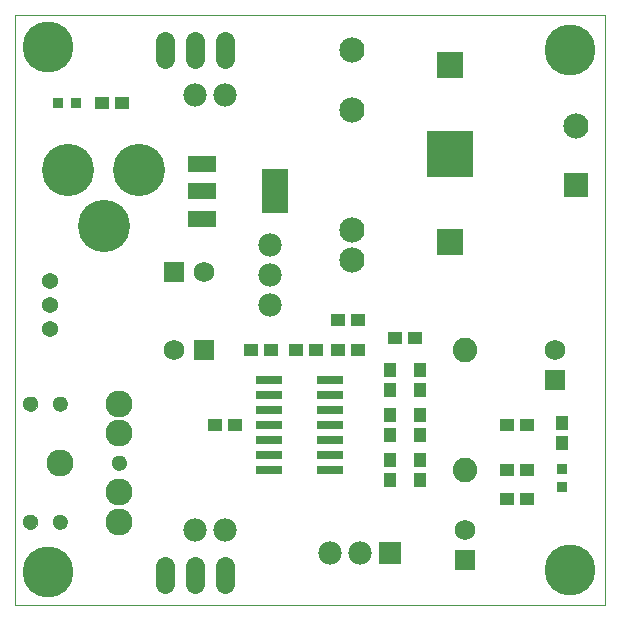
<source format=gts>
G75*
G70*
%OFA0B0*%
%FSLAX24Y24*%
%IPPOS*%
%LPD*%
%AMOC8*
5,1,8,0,0,1.08239X$1,22.5*
%
%ADD10C,0.0000*%
%ADD11C,0.0840*%
%ADD12C,0.0780*%
%ADD13R,0.0473X0.0434*%
%ADD14C,0.0820*%
%ADD15R,0.0690X0.0690*%
%ADD16C,0.0690*%
%ADD17R,0.0434X0.0473*%
%ADD18C,0.0900*%
%ADD19C,0.0512*%
%ADD20R,0.0355X0.0355*%
%ADD21R,0.0780X0.0780*%
%ADD22C,0.1740*%
%ADD23R,0.0920X0.0520*%
%ADD24R,0.0906X0.1457*%
%ADD25C,0.0640*%
%ADD26C,0.0540*%
%ADD27R,0.0906X0.0276*%
%ADD28R,0.0840X0.0840*%
%ADD29R,0.0867X0.0867*%
%ADD30R,0.1542X0.1542*%
%ADD31C,0.1700*%
D10*
X001750Y000100D02*
X001750Y019785D01*
X021435Y019785D01*
X021435Y000100D01*
X001750Y000100D01*
X002030Y002881D02*
X002032Y002911D01*
X002038Y002941D01*
X002047Y002970D01*
X002060Y002997D01*
X002077Y003022D01*
X002096Y003045D01*
X002119Y003066D01*
X002144Y003083D01*
X002170Y003097D01*
X002199Y003107D01*
X002228Y003114D01*
X002258Y003117D01*
X002289Y003116D01*
X002319Y003111D01*
X002348Y003102D01*
X002375Y003090D01*
X002401Y003075D01*
X002425Y003056D01*
X002446Y003034D01*
X002464Y003010D01*
X002479Y002983D01*
X002490Y002955D01*
X002498Y002926D01*
X002502Y002896D01*
X002502Y002866D01*
X002498Y002836D01*
X002490Y002807D01*
X002479Y002779D01*
X002464Y002752D01*
X002446Y002728D01*
X002425Y002706D01*
X002401Y002687D01*
X002375Y002672D01*
X002348Y002660D01*
X002319Y002651D01*
X002289Y002646D01*
X002258Y002645D01*
X002228Y002648D01*
X002199Y002655D01*
X002170Y002665D01*
X002144Y002679D01*
X002119Y002696D01*
X002096Y002717D01*
X002077Y002740D01*
X002060Y002765D01*
X002047Y002792D01*
X002038Y002821D01*
X002032Y002851D01*
X002030Y002881D01*
X003014Y002881D02*
X003016Y002911D01*
X003022Y002941D01*
X003031Y002970D01*
X003044Y002997D01*
X003061Y003022D01*
X003080Y003045D01*
X003103Y003066D01*
X003128Y003083D01*
X003154Y003097D01*
X003183Y003107D01*
X003212Y003114D01*
X003242Y003117D01*
X003273Y003116D01*
X003303Y003111D01*
X003332Y003102D01*
X003359Y003090D01*
X003385Y003075D01*
X003409Y003056D01*
X003430Y003034D01*
X003448Y003010D01*
X003463Y002983D01*
X003474Y002955D01*
X003482Y002926D01*
X003486Y002896D01*
X003486Y002866D01*
X003482Y002836D01*
X003474Y002807D01*
X003463Y002779D01*
X003448Y002752D01*
X003430Y002728D01*
X003409Y002706D01*
X003385Y002687D01*
X003359Y002672D01*
X003332Y002660D01*
X003303Y002651D01*
X003273Y002646D01*
X003242Y002645D01*
X003212Y002648D01*
X003183Y002655D01*
X003154Y002665D01*
X003128Y002679D01*
X003103Y002696D01*
X003080Y002717D01*
X003061Y002740D01*
X003044Y002765D01*
X003031Y002792D01*
X003022Y002821D01*
X003016Y002851D01*
X003014Y002881D01*
X004983Y004850D02*
X004985Y004880D01*
X004991Y004910D01*
X005000Y004939D01*
X005013Y004966D01*
X005030Y004991D01*
X005049Y005014D01*
X005072Y005035D01*
X005097Y005052D01*
X005123Y005066D01*
X005152Y005076D01*
X005181Y005083D01*
X005211Y005086D01*
X005242Y005085D01*
X005272Y005080D01*
X005301Y005071D01*
X005328Y005059D01*
X005354Y005044D01*
X005378Y005025D01*
X005399Y005003D01*
X005417Y004979D01*
X005432Y004952D01*
X005443Y004924D01*
X005451Y004895D01*
X005455Y004865D01*
X005455Y004835D01*
X005451Y004805D01*
X005443Y004776D01*
X005432Y004748D01*
X005417Y004721D01*
X005399Y004697D01*
X005378Y004675D01*
X005354Y004656D01*
X005328Y004641D01*
X005301Y004629D01*
X005272Y004620D01*
X005242Y004615D01*
X005211Y004614D01*
X005181Y004617D01*
X005152Y004624D01*
X005123Y004634D01*
X005097Y004648D01*
X005072Y004665D01*
X005049Y004686D01*
X005030Y004709D01*
X005013Y004734D01*
X005000Y004761D01*
X004991Y004790D01*
X004985Y004820D01*
X004983Y004850D01*
X003014Y006819D02*
X003016Y006849D01*
X003022Y006879D01*
X003031Y006908D01*
X003044Y006935D01*
X003061Y006960D01*
X003080Y006983D01*
X003103Y007004D01*
X003128Y007021D01*
X003154Y007035D01*
X003183Y007045D01*
X003212Y007052D01*
X003242Y007055D01*
X003273Y007054D01*
X003303Y007049D01*
X003332Y007040D01*
X003359Y007028D01*
X003385Y007013D01*
X003409Y006994D01*
X003430Y006972D01*
X003448Y006948D01*
X003463Y006921D01*
X003474Y006893D01*
X003482Y006864D01*
X003486Y006834D01*
X003486Y006804D01*
X003482Y006774D01*
X003474Y006745D01*
X003463Y006717D01*
X003448Y006690D01*
X003430Y006666D01*
X003409Y006644D01*
X003385Y006625D01*
X003359Y006610D01*
X003332Y006598D01*
X003303Y006589D01*
X003273Y006584D01*
X003242Y006583D01*
X003212Y006586D01*
X003183Y006593D01*
X003154Y006603D01*
X003128Y006617D01*
X003103Y006634D01*
X003080Y006655D01*
X003061Y006678D01*
X003044Y006703D01*
X003031Y006730D01*
X003022Y006759D01*
X003016Y006789D01*
X003014Y006819D01*
X002030Y006819D02*
X002032Y006849D01*
X002038Y006879D01*
X002047Y006908D01*
X002060Y006935D01*
X002077Y006960D01*
X002096Y006983D01*
X002119Y007004D01*
X002144Y007021D01*
X002170Y007035D01*
X002199Y007045D01*
X002228Y007052D01*
X002258Y007055D01*
X002289Y007054D01*
X002319Y007049D01*
X002348Y007040D01*
X002375Y007028D01*
X002401Y007013D01*
X002425Y006994D01*
X002446Y006972D01*
X002464Y006948D01*
X002479Y006921D01*
X002490Y006893D01*
X002498Y006864D01*
X002502Y006834D01*
X002502Y006804D01*
X002498Y006774D01*
X002490Y006745D01*
X002479Y006717D01*
X002464Y006690D01*
X002446Y006666D01*
X002425Y006644D01*
X002401Y006625D01*
X002375Y006610D01*
X002348Y006598D01*
X002319Y006589D01*
X002289Y006584D01*
X002258Y006583D01*
X002228Y006586D01*
X002199Y006593D01*
X002170Y006603D01*
X002144Y006617D01*
X002119Y006634D01*
X002096Y006655D01*
X002077Y006678D01*
X002060Y006703D01*
X002047Y006730D01*
X002038Y006759D01*
X002032Y006789D01*
X002030Y006819D01*
D11*
X013000Y011596D03*
X013000Y012596D03*
X013000Y016596D03*
X013000Y018596D03*
X020450Y016069D03*
D12*
X010250Y012100D03*
X010250Y011100D03*
X010250Y010100D03*
X008750Y017100D03*
X007750Y017100D03*
X007750Y002600D03*
X008750Y002600D03*
X012250Y001850D03*
X013250Y001850D03*
D13*
X009085Y006100D03*
X008415Y006100D03*
X009615Y008600D03*
X010285Y008600D03*
X011115Y008600D03*
X011785Y008600D03*
X012515Y008600D03*
X013185Y008600D03*
X013185Y009600D03*
X012515Y009600D03*
X014415Y009000D03*
X015085Y009000D03*
X018165Y006100D03*
X018835Y006100D03*
X018835Y004600D03*
X018165Y004600D03*
X018165Y003650D03*
X018835Y003650D03*
X005335Y016850D03*
X004665Y016850D03*
D14*
X016750Y008600D03*
X016750Y004600D03*
D15*
X016750Y001600D03*
X019750Y007600D03*
X008050Y008600D03*
X007050Y011200D03*
D16*
X008050Y011200D03*
X007050Y008600D03*
X016750Y002600D03*
X019750Y008600D03*
D17*
X020000Y006185D03*
X020000Y005515D03*
X015250Y005765D03*
X015250Y006435D03*
X015250Y007265D03*
X015250Y007935D03*
X014250Y007935D03*
X014250Y007265D03*
X014250Y006435D03*
X014250Y005765D03*
X014250Y004935D03*
X014250Y004265D03*
X015250Y004265D03*
X015250Y004935D03*
D18*
X005219Y005834D03*
X005219Y006819D03*
X003250Y004850D03*
X005219Y003866D03*
X005219Y002881D03*
D19*
X003250Y002881D03*
X002266Y002881D03*
X005219Y004850D03*
X003250Y006819D03*
X002266Y006819D03*
D20*
X003205Y016850D03*
X003795Y016850D03*
X020000Y004645D03*
X020000Y004055D03*
D21*
X014250Y001850D03*
D22*
X004713Y012750D03*
X005894Y014600D03*
X003531Y014600D03*
D23*
X007980Y014810D03*
X007980Y013900D03*
X007980Y012990D03*
D24*
X010420Y013900D03*
D25*
X008750Y018300D02*
X008750Y018900D01*
X007750Y018900D02*
X007750Y018300D01*
X006750Y018300D02*
X006750Y018900D01*
X006750Y001400D02*
X006750Y000800D01*
X007750Y000800D02*
X007750Y001400D01*
X008750Y001400D02*
X008750Y000800D01*
D26*
X002915Y009322D03*
X002915Y010110D03*
X002915Y010897D03*
D27*
X010226Y007600D03*
X010226Y007100D03*
X010226Y006600D03*
X010226Y006100D03*
X010226Y005600D03*
X010226Y005100D03*
X010226Y004600D03*
X012274Y004600D03*
X012274Y005100D03*
X012274Y005600D03*
X012274Y006100D03*
X012274Y006600D03*
X012274Y007100D03*
X012274Y007600D03*
D28*
X020450Y014100D03*
D29*
X016250Y012194D03*
X016250Y018100D03*
D30*
X016250Y015147D03*
D31*
X020254Y018604D03*
X002856Y018691D03*
X002856Y001206D03*
X020254Y001281D03*
M02*

</source>
